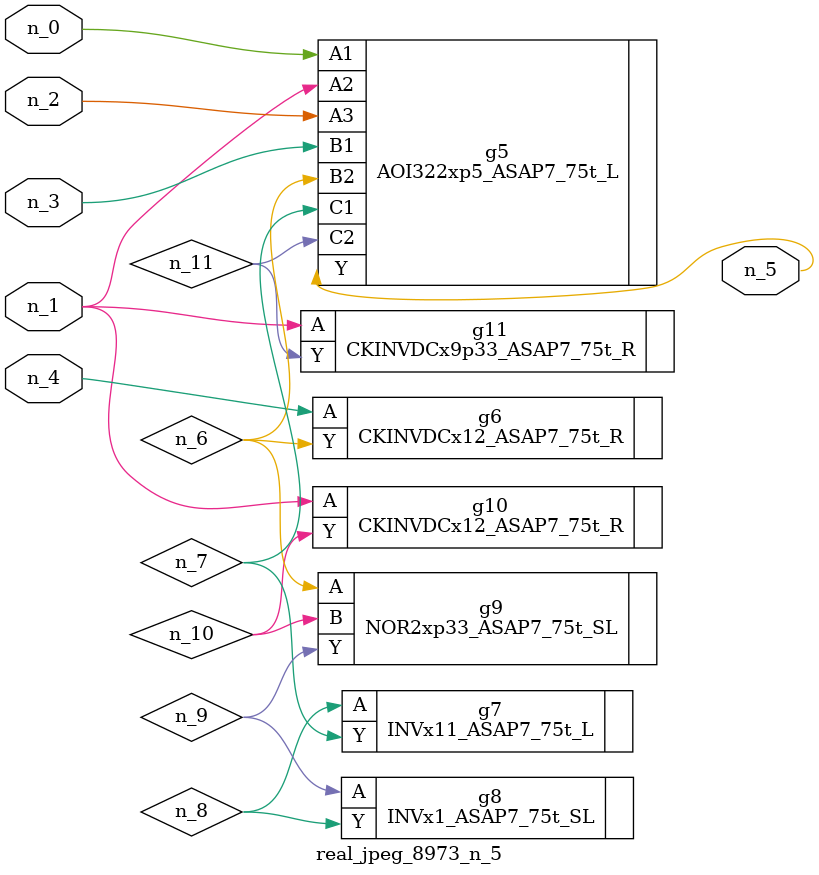
<source format=v>
module real_jpeg_8973_n_5 (n_4, n_0, n_1, n_2, n_3, n_5);

input n_4;
input n_0;
input n_1;
input n_2;
input n_3;

output n_5;

wire n_8;
wire n_11;
wire n_6;
wire n_7;
wire n_10;
wire n_9;

AOI322xp5_ASAP7_75t_L g5 ( 
.A1(n_0),
.A2(n_1),
.A3(n_2),
.B1(n_3),
.B2(n_6),
.C1(n_7),
.C2(n_11),
.Y(n_5)
);

CKINVDCx12_ASAP7_75t_R g10 ( 
.A(n_1),
.Y(n_10)
);

CKINVDCx9p33_ASAP7_75t_R g11 ( 
.A(n_1),
.Y(n_11)
);

CKINVDCx12_ASAP7_75t_R g6 ( 
.A(n_4),
.Y(n_6)
);

NOR2xp33_ASAP7_75t_SL g9 ( 
.A(n_6),
.B(n_10),
.Y(n_9)
);

INVx11_ASAP7_75t_L g7 ( 
.A(n_8),
.Y(n_7)
);

INVx1_ASAP7_75t_SL g8 ( 
.A(n_9),
.Y(n_8)
);


endmodule
</source>
